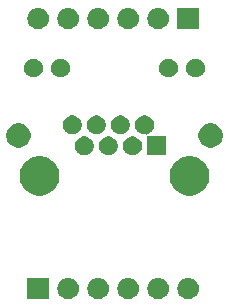
<source format=gbr>
G04 #@! TF.GenerationSoftware,KiCad,Pcbnew,(5.0.2)-1*
G04 #@! TF.CreationDate,2018-12-30T17:04:54-05:00*
G04 #@! TF.ProjectId,8P8C+LED_Horizontal,38503843-2b4c-4454-945f-486f72697a6f,rev?*
G04 #@! TF.SameCoordinates,Original*
G04 #@! TF.FileFunction,Soldermask,Top*
G04 #@! TF.FilePolarity,Negative*
%FSLAX46Y46*%
G04 Gerber Fmt 4.6, Leading zero omitted, Abs format (unit mm)*
G04 Created by KiCad (PCBNEW (5.0.2)-1) date 12/30/2018 5:04:54 PM*
%MOMM*%
%LPD*%
G01*
G04 APERTURE LIST*
%ADD10C,0.100000*%
G04 APERTURE END LIST*
D10*
G36*
X147430442Y-115945518D02*
X147496627Y-115952037D01*
X147609853Y-115986384D01*
X147666467Y-116003557D01*
X147805087Y-116077652D01*
X147822991Y-116087222D01*
X147858729Y-116116552D01*
X147960186Y-116199814D01*
X148043448Y-116301271D01*
X148072778Y-116337009D01*
X148072779Y-116337011D01*
X148156443Y-116493533D01*
X148156443Y-116493534D01*
X148207963Y-116663373D01*
X148225359Y-116840000D01*
X148207963Y-117016627D01*
X148173616Y-117129853D01*
X148156443Y-117186467D01*
X148082348Y-117325087D01*
X148072778Y-117342991D01*
X148043448Y-117378729D01*
X147960186Y-117480186D01*
X147858729Y-117563448D01*
X147822991Y-117592778D01*
X147822989Y-117592779D01*
X147666467Y-117676443D01*
X147609853Y-117693616D01*
X147496627Y-117727963D01*
X147430442Y-117734482D01*
X147364260Y-117741000D01*
X147275740Y-117741000D01*
X147209558Y-117734482D01*
X147143373Y-117727963D01*
X147030147Y-117693616D01*
X146973533Y-117676443D01*
X146817011Y-117592779D01*
X146817009Y-117592778D01*
X146781271Y-117563448D01*
X146679814Y-117480186D01*
X146596552Y-117378729D01*
X146567222Y-117342991D01*
X146557652Y-117325087D01*
X146483557Y-117186467D01*
X146466384Y-117129853D01*
X146432037Y-117016627D01*
X146414641Y-116840000D01*
X146432037Y-116663373D01*
X146483557Y-116493534D01*
X146483557Y-116493533D01*
X146567221Y-116337011D01*
X146567222Y-116337009D01*
X146596552Y-116301271D01*
X146679814Y-116199814D01*
X146781271Y-116116552D01*
X146817009Y-116087222D01*
X146834913Y-116077652D01*
X146973533Y-116003557D01*
X147030147Y-115986384D01*
X147143373Y-115952037D01*
X147209558Y-115945518D01*
X147275740Y-115939000D01*
X147364260Y-115939000D01*
X147430442Y-115945518D01*
X147430442Y-115945518D01*
G37*
G36*
X142350442Y-115945518D02*
X142416627Y-115952037D01*
X142529853Y-115986384D01*
X142586467Y-116003557D01*
X142725087Y-116077652D01*
X142742991Y-116087222D01*
X142778729Y-116116552D01*
X142880186Y-116199814D01*
X142963448Y-116301271D01*
X142992778Y-116337009D01*
X142992779Y-116337011D01*
X143076443Y-116493533D01*
X143076443Y-116493534D01*
X143127963Y-116663373D01*
X143145359Y-116840000D01*
X143127963Y-117016627D01*
X143093616Y-117129853D01*
X143076443Y-117186467D01*
X143002348Y-117325087D01*
X142992778Y-117342991D01*
X142963448Y-117378729D01*
X142880186Y-117480186D01*
X142778729Y-117563448D01*
X142742991Y-117592778D01*
X142742989Y-117592779D01*
X142586467Y-117676443D01*
X142529853Y-117693616D01*
X142416627Y-117727963D01*
X142350442Y-117734482D01*
X142284260Y-117741000D01*
X142195740Y-117741000D01*
X142129558Y-117734482D01*
X142063373Y-117727963D01*
X141950147Y-117693616D01*
X141893533Y-117676443D01*
X141737011Y-117592779D01*
X141737009Y-117592778D01*
X141701271Y-117563448D01*
X141599814Y-117480186D01*
X141516552Y-117378729D01*
X141487222Y-117342991D01*
X141477652Y-117325087D01*
X141403557Y-117186467D01*
X141386384Y-117129853D01*
X141352037Y-117016627D01*
X141334641Y-116840000D01*
X141352037Y-116663373D01*
X141403557Y-116493534D01*
X141403557Y-116493533D01*
X141487221Y-116337011D01*
X141487222Y-116337009D01*
X141516552Y-116301271D01*
X141599814Y-116199814D01*
X141701271Y-116116552D01*
X141737009Y-116087222D01*
X141754913Y-116077652D01*
X141893533Y-116003557D01*
X141950147Y-115986384D01*
X142063373Y-115952037D01*
X142129558Y-115945518D01*
X142195740Y-115939000D01*
X142284260Y-115939000D01*
X142350442Y-115945518D01*
X142350442Y-115945518D01*
G37*
G36*
X139810442Y-115945518D02*
X139876627Y-115952037D01*
X139989853Y-115986384D01*
X140046467Y-116003557D01*
X140185087Y-116077652D01*
X140202991Y-116087222D01*
X140238729Y-116116552D01*
X140340186Y-116199814D01*
X140423448Y-116301271D01*
X140452778Y-116337009D01*
X140452779Y-116337011D01*
X140536443Y-116493533D01*
X140536443Y-116493534D01*
X140587963Y-116663373D01*
X140605359Y-116840000D01*
X140587963Y-117016627D01*
X140553616Y-117129853D01*
X140536443Y-117186467D01*
X140462348Y-117325087D01*
X140452778Y-117342991D01*
X140423448Y-117378729D01*
X140340186Y-117480186D01*
X140238729Y-117563448D01*
X140202991Y-117592778D01*
X140202989Y-117592779D01*
X140046467Y-117676443D01*
X139989853Y-117693616D01*
X139876627Y-117727963D01*
X139810442Y-117734482D01*
X139744260Y-117741000D01*
X139655740Y-117741000D01*
X139589558Y-117734482D01*
X139523373Y-117727963D01*
X139410147Y-117693616D01*
X139353533Y-117676443D01*
X139197011Y-117592779D01*
X139197009Y-117592778D01*
X139161271Y-117563448D01*
X139059814Y-117480186D01*
X138976552Y-117378729D01*
X138947222Y-117342991D01*
X138937652Y-117325087D01*
X138863557Y-117186467D01*
X138846384Y-117129853D01*
X138812037Y-117016627D01*
X138794641Y-116840000D01*
X138812037Y-116663373D01*
X138863557Y-116493534D01*
X138863557Y-116493533D01*
X138947221Y-116337011D01*
X138947222Y-116337009D01*
X138976552Y-116301271D01*
X139059814Y-116199814D01*
X139161271Y-116116552D01*
X139197009Y-116087222D01*
X139214913Y-116077652D01*
X139353533Y-116003557D01*
X139410147Y-115986384D01*
X139523373Y-115952037D01*
X139589558Y-115945518D01*
X139655740Y-115939000D01*
X139744260Y-115939000D01*
X139810442Y-115945518D01*
X139810442Y-115945518D01*
G37*
G36*
X137270442Y-115945518D02*
X137336627Y-115952037D01*
X137449853Y-115986384D01*
X137506467Y-116003557D01*
X137645087Y-116077652D01*
X137662991Y-116087222D01*
X137698729Y-116116552D01*
X137800186Y-116199814D01*
X137883448Y-116301271D01*
X137912778Y-116337009D01*
X137912779Y-116337011D01*
X137996443Y-116493533D01*
X137996443Y-116493534D01*
X138047963Y-116663373D01*
X138065359Y-116840000D01*
X138047963Y-117016627D01*
X138013616Y-117129853D01*
X137996443Y-117186467D01*
X137922348Y-117325087D01*
X137912778Y-117342991D01*
X137883448Y-117378729D01*
X137800186Y-117480186D01*
X137698729Y-117563448D01*
X137662991Y-117592778D01*
X137662989Y-117592779D01*
X137506467Y-117676443D01*
X137449853Y-117693616D01*
X137336627Y-117727963D01*
X137270442Y-117734482D01*
X137204260Y-117741000D01*
X137115740Y-117741000D01*
X137049558Y-117734482D01*
X136983373Y-117727963D01*
X136870147Y-117693616D01*
X136813533Y-117676443D01*
X136657011Y-117592779D01*
X136657009Y-117592778D01*
X136621271Y-117563448D01*
X136519814Y-117480186D01*
X136436552Y-117378729D01*
X136407222Y-117342991D01*
X136397652Y-117325087D01*
X136323557Y-117186467D01*
X136306384Y-117129853D01*
X136272037Y-117016627D01*
X136254641Y-116840000D01*
X136272037Y-116663373D01*
X136323557Y-116493534D01*
X136323557Y-116493533D01*
X136407221Y-116337011D01*
X136407222Y-116337009D01*
X136436552Y-116301271D01*
X136519814Y-116199814D01*
X136621271Y-116116552D01*
X136657009Y-116087222D01*
X136674913Y-116077652D01*
X136813533Y-116003557D01*
X136870147Y-115986384D01*
X136983373Y-115952037D01*
X137049558Y-115945518D01*
X137115740Y-115939000D01*
X137204260Y-115939000D01*
X137270442Y-115945518D01*
X137270442Y-115945518D01*
G37*
G36*
X135521000Y-117741000D02*
X133719000Y-117741000D01*
X133719000Y-115939000D01*
X135521000Y-115939000D01*
X135521000Y-117741000D01*
X135521000Y-117741000D01*
G37*
G36*
X144890442Y-115945518D02*
X144956627Y-115952037D01*
X145069853Y-115986384D01*
X145126467Y-116003557D01*
X145265087Y-116077652D01*
X145282991Y-116087222D01*
X145318729Y-116116552D01*
X145420186Y-116199814D01*
X145503448Y-116301271D01*
X145532778Y-116337009D01*
X145532779Y-116337011D01*
X145616443Y-116493533D01*
X145616443Y-116493534D01*
X145667963Y-116663373D01*
X145685359Y-116840000D01*
X145667963Y-117016627D01*
X145633616Y-117129853D01*
X145616443Y-117186467D01*
X145542348Y-117325087D01*
X145532778Y-117342991D01*
X145503448Y-117378729D01*
X145420186Y-117480186D01*
X145318729Y-117563448D01*
X145282991Y-117592778D01*
X145282989Y-117592779D01*
X145126467Y-117676443D01*
X145069853Y-117693616D01*
X144956627Y-117727963D01*
X144890442Y-117734482D01*
X144824260Y-117741000D01*
X144735740Y-117741000D01*
X144669558Y-117734482D01*
X144603373Y-117727963D01*
X144490147Y-117693616D01*
X144433533Y-117676443D01*
X144277011Y-117592779D01*
X144277009Y-117592778D01*
X144241271Y-117563448D01*
X144139814Y-117480186D01*
X144056552Y-117378729D01*
X144027222Y-117342991D01*
X144017652Y-117325087D01*
X143943557Y-117186467D01*
X143926384Y-117129853D01*
X143892037Y-117016627D01*
X143874641Y-116840000D01*
X143892037Y-116663373D01*
X143943557Y-116493534D01*
X143943557Y-116493533D01*
X144027221Y-116337011D01*
X144027222Y-116337009D01*
X144056552Y-116301271D01*
X144139814Y-116199814D01*
X144241271Y-116116552D01*
X144277009Y-116087222D01*
X144294913Y-116077652D01*
X144433533Y-116003557D01*
X144490147Y-115986384D01*
X144603373Y-115952037D01*
X144669558Y-115945518D01*
X144735740Y-115939000D01*
X144824260Y-115939000D01*
X144890442Y-115945518D01*
X144890442Y-115945518D01*
G37*
G36*
X135231871Y-105703408D02*
X135536883Y-105829748D01*
X135809538Y-106011930D01*
X135811390Y-106013168D01*
X136044832Y-106246610D01*
X136044834Y-106246613D01*
X136228252Y-106521117D01*
X136354592Y-106826129D01*
X136419000Y-107149928D01*
X136419000Y-107480072D01*
X136354592Y-107803871D01*
X136228252Y-108108883D01*
X136046070Y-108381538D01*
X136044832Y-108383390D01*
X135811390Y-108616832D01*
X135811387Y-108616834D01*
X135536883Y-108800252D01*
X135231871Y-108926592D01*
X134908072Y-108991000D01*
X134577928Y-108991000D01*
X134254129Y-108926592D01*
X133949117Y-108800252D01*
X133674613Y-108616834D01*
X133674610Y-108616832D01*
X133441168Y-108383390D01*
X133439930Y-108381538D01*
X133257748Y-108108883D01*
X133131408Y-107803871D01*
X133067000Y-107480072D01*
X133067000Y-107149928D01*
X133131408Y-106826129D01*
X133257748Y-106521117D01*
X133441166Y-106246613D01*
X133441168Y-106246610D01*
X133674610Y-106013168D01*
X133676462Y-106011930D01*
X133949117Y-105829748D01*
X134254129Y-105703408D01*
X134577928Y-105639000D01*
X134908072Y-105639000D01*
X135231871Y-105703408D01*
X135231871Y-105703408D01*
G37*
G36*
X147931871Y-105703408D02*
X148236883Y-105829748D01*
X148509538Y-106011930D01*
X148511390Y-106013168D01*
X148744832Y-106246610D01*
X148744834Y-106246613D01*
X148928252Y-106521117D01*
X149054592Y-106826129D01*
X149119000Y-107149928D01*
X149119000Y-107480072D01*
X149054592Y-107803871D01*
X148928252Y-108108883D01*
X148746070Y-108381538D01*
X148744832Y-108383390D01*
X148511390Y-108616832D01*
X148511387Y-108616834D01*
X148236883Y-108800252D01*
X147931871Y-108926592D01*
X147608072Y-108991000D01*
X147277928Y-108991000D01*
X146954129Y-108926592D01*
X146649117Y-108800252D01*
X146374613Y-108616834D01*
X146374610Y-108616832D01*
X146141168Y-108383390D01*
X146139930Y-108381538D01*
X145957748Y-108108883D01*
X145831408Y-107803871D01*
X145767000Y-107480072D01*
X145767000Y-107149928D01*
X145831408Y-106826129D01*
X145957748Y-106521117D01*
X146141166Y-106246613D01*
X146141168Y-106246610D01*
X146374610Y-106013168D01*
X146376462Y-106011930D01*
X146649117Y-105829748D01*
X146954129Y-105703408D01*
X147277928Y-105639000D01*
X147608072Y-105639000D01*
X147931871Y-105703408D01*
X147931871Y-105703408D01*
G37*
G36*
X142846643Y-104004781D02*
X142992415Y-104065162D01*
X143123611Y-104152824D01*
X143235176Y-104264389D01*
X143322838Y-104395585D01*
X143383219Y-104541357D01*
X143414000Y-104696107D01*
X143414000Y-104853893D01*
X143383219Y-105008643D01*
X143322838Y-105154415D01*
X143235176Y-105285611D01*
X143123611Y-105397176D01*
X142992415Y-105484838D01*
X142846643Y-105545219D01*
X142691893Y-105576000D01*
X142534107Y-105576000D01*
X142379357Y-105545219D01*
X142233585Y-105484838D01*
X142102389Y-105397176D01*
X141990824Y-105285611D01*
X141903162Y-105154415D01*
X141842781Y-105008643D01*
X141812000Y-104853893D01*
X141812000Y-104696107D01*
X141842781Y-104541357D01*
X141903162Y-104395585D01*
X141990824Y-104264389D01*
X142102389Y-104152824D01*
X142233585Y-104065162D01*
X142379357Y-104004781D01*
X142534107Y-103974000D01*
X142691893Y-103974000D01*
X142846643Y-104004781D01*
X142846643Y-104004781D01*
G37*
G36*
X140806643Y-104004781D02*
X140952415Y-104065162D01*
X141083611Y-104152824D01*
X141195176Y-104264389D01*
X141282838Y-104395585D01*
X141343219Y-104541357D01*
X141374000Y-104696107D01*
X141374000Y-104853893D01*
X141343219Y-105008643D01*
X141282838Y-105154415D01*
X141195176Y-105285611D01*
X141083611Y-105397176D01*
X140952415Y-105484838D01*
X140806643Y-105545219D01*
X140651893Y-105576000D01*
X140494107Y-105576000D01*
X140339357Y-105545219D01*
X140193585Y-105484838D01*
X140062389Y-105397176D01*
X139950824Y-105285611D01*
X139863162Y-105154415D01*
X139802781Y-105008643D01*
X139772000Y-104853893D01*
X139772000Y-104696107D01*
X139802781Y-104541357D01*
X139863162Y-104395585D01*
X139950824Y-104264389D01*
X140062389Y-104152824D01*
X140193585Y-104065162D01*
X140339357Y-104004781D01*
X140494107Y-103974000D01*
X140651893Y-103974000D01*
X140806643Y-104004781D01*
X140806643Y-104004781D01*
G37*
G36*
X138766643Y-104004781D02*
X138912415Y-104065162D01*
X139043611Y-104152824D01*
X139155176Y-104264389D01*
X139242838Y-104395585D01*
X139303219Y-104541357D01*
X139334000Y-104696107D01*
X139334000Y-104853893D01*
X139303219Y-105008643D01*
X139242838Y-105154415D01*
X139155176Y-105285611D01*
X139043611Y-105397176D01*
X138912415Y-105484838D01*
X138766643Y-105545219D01*
X138611893Y-105576000D01*
X138454107Y-105576000D01*
X138299357Y-105545219D01*
X138153585Y-105484838D01*
X138022389Y-105397176D01*
X137910824Y-105285611D01*
X137823162Y-105154415D01*
X137762781Y-105008643D01*
X137732000Y-104853893D01*
X137732000Y-104696107D01*
X137762781Y-104541357D01*
X137823162Y-104395585D01*
X137910824Y-104264389D01*
X138022389Y-104152824D01*
X138153585Y-104065162D01*
X138299357Y-104004781D01*
X138454107Y-103974000D01*
X138611893Y-103974000D01*
X138766643Y-104004781D01*
X138766643Y-104004781D01*
G37*
G36*
X143866643Y-102224781D02*
X144012415Y-102285162D01*
X144143611Y-102372824D01*
X144255176Y-102484389D01*
X144342838Y-102615585D01*
X144403219Y-102761357D01*
X144434000Y-102916107D01*
X144434000Y-103073893D01*
X144403219Y-103228643D01*
X144342838Y-103374415D01*
X144255176Y-103505611D01*
X144143611Y-103617176D01*
X144012417Y-103704837D01*
X143943182Y-103733515D01*
X143921572Y-103745066D01*
X143902630Y-103760612D01*
X143887084Y-103779554D01*
X143875533Y-103801165D01*
X143868420Y-103824614D01*
X143866018Y-103849000D01*
X143868420Y-103873386D01*
X143875533Y-103896836D01*
X143887084Y-103918446D01*
X143902630Y-103937388D01*
X143921572Y-103952934D01*
X143943183Y-103964485D01*
X143966632Y-103971598D01*
X143991018Y-103974000D01*
X145454000Y-103974000D01*
X145454000Y-105576000D01*
X143852000Y-105576000D01*
X143852000Y-103920444D01*
X143849598Y-103896058D01*
X143842485Y-103872609D01*
X143830934Y-103850998D01*
X143815388Y-103832056D01*
X143796446Y-103816510D01*
X143774835Y-103804959D01*
X143751386Y-103797846D01*
X143727000Y-103795444D01*
X143721352Y-103796000D01*
X143554107Y-103796000D01*
X143399357Y-103765219D01*
X143253585Y-103704838D01*
X143122389Y-103617176D01*
X143010824Y-103505611D01*
X142923162Y-103374415D01*
X142862781Y-103228643D01*
X142832000Y-103073893D01*
X142832000Y-102916107D01*
X142862781Y-102761357D01*
X142923162Y-102615585D01*
X143010824Y-102484389D01*
X143122389Y-102372824D01*
X143253585Y-102285162D01*
X143399357Y-102224781D01*
X143554107Y-102194000D01*
X143711893Y-102194000D01*
X143866643Y-102224781D01*
X143866643Y-102224781D01*
G37*
G36*
X133269565Y-102874389D02*
X133460834Y-102953615D01*
X133632976Y-103068637D01*
X133779363Y-103215024D01*
X133894385Y-103387166D01*
X133973611Y-103578435D01*
X134014000Y-103781484D01*
X134014000Y-103988516D01*
X133973611Y-104191565D01*
X133894385Y-104382834D01*
X133779363Y-104554976D01*
X133632976Y-104701363D01*
X133460834Y-104816385D01*
X133269565Y-104895611D01*
X133066516Y-104936000D01*
X132859484Y-104936000D01*
X132656435Y-104895611D01*
X132465166Y-104816385D01*
X132293024Y-104701363D01*
X132146637Y-104554976D01*
X132031615Y-104382834D01*
X131952389Y-104191565D01*
X131912000Y-103988516D01*
X131912000Y-103781484D01*
X131952389Y-103578435D01*
X132031615Y-103387166D01*
X132146637Y-103215024D01*
X132293024Y-103068637D01*
X132465166Y-102953615D01*
X132656435Y-102874389D01*
X132859484Y-102834000D01*
X133066516Y-102834000D01*
X133269565Y-102874389D01*
X133269565Y-102874389D01*
G37*
G36*
X149529565Y-102874389D02*
X149720834Y-102953615D01*
X149892976Y-103068637D01*
X150039363Y-103215024D01*
X150154385Y-103387166D01*
X150233611Y-103578435D01*
X150274000Y-103781484D01*
X150274000Y-103988516D01*
X150233611Y-104191565D01*
X150154385Y-104382834D01*
X150039363Y-104554976D01*
X149892976Y-104701363D01*
X149720834Y-104816385D01*
X149529565Y-104895611D01*
X149326516Y-104936000D01*
X149119484Y-104936000D01*
X148916435Y-104895611D01*
X148725166Y-104816385D01*
X148553024Y-104701363D01*
X148406637Y-104554976D01*
X148291615Y-104382834D01*
X148212389Y-104191565D01*
X148172000Y-103988516D01*
X148172000Y-103781484D01*
X148212389Y-103578435D01*
X148291615Y-103387166D01*
X148406637Y-103215024D01*
X148553024Y-103068637D01*
X148725166Y-102953615D01*
X148916435Y-102874389D01*
X149119484Y-102834000D01*
X149326516Y-102834000D01*
X149529565Y-102874389D01*
X149529565Y-102874389D01*
G37*
G36*
X141826643Y-102224781D02*
X141972415Y-102285162D01*
X142103611Y-102372824D01*
X142215176Y-102484389D01*
X142302838Y-102615585D01*
X142363219Y-102761357D01*
X142394000Y-102916107D01*
X142394000Y-103073893D01*
X142363219Y-103228643D01*
X142302838Y-103374415D01*
X142215176Y-103505611D01*
X142103611Y-103617176D01*
X141972415Y-103704838D01*
X141826643Y-103765219D01*
X141671893Y-103796000D01*
X141514107Y-103796000D01*
X141359357Y-103765219D01*
X141213585Y-103704838D01*
X141082389Y-103617176D01*
X140970824Y-103505611D01*
X140883162Y-103374415D01*
X140822781Y-103228643D01*
X140792000Y-103073893D01*
X140792000Y-102916107D01*
X140822781Y-102761357D01*
X140883162Y-102615585D01*
X140970824Y-102484389D01*
X141082389Y-102372824D01*
X141213585Y-102285162D01*
X141359357Y-102224781D01*
X141514107Y-102194000D01*
X141671893Y-102194000D01*
X141826643Y-102224781D01*
X141826643Y-102224781D01*
G37*
G36*
X139786643Y-102224781D02*
X139932415Y-102285162D01*
X140063611Y-102372824D01*
X140175176Y-102484389D01*
X140262838Y-102615585D01*
X140323219Y-102761357D01*
X140354000Y-102916107D01*
X140354000Y-103073893D01*
X140323219Y-103228643D01*
X140262838Y-103374415D01*
X140175176Y-103505611D01*
X140063611Y-103617176D01*
X139932415Y-103704838D01*
X139786643Y-103765219D01*
X139631893Y-103796000D01*
X139474107Y-103796000D01*
X139319357Y-103765219D01*
X139173585Y-103704838D01*
X139042389Y-103617176D01*
X138930824Y-103505611D01*
X138843162Y-103374415D01*
X138782781Y-103228643D01*
X138752000Y-103073893D01*
X138752000Y-102916107D01*
X138782781Y-102761357D01*
X138843162Y-102615585D01*
X138930824Y-102484389D01*
X139042389Y-102372824D01*
X139173585Y-102285162D01*
X139319357Y-102224781D01*
X139474107Y-102194000D01*
X139631893Y-102194000D01*
X139786643Y-102224781D01*
X139786643Y-102224781D01*
G37*
G36*
X137746643Y-102224781D02*
X137892415Y-102285162D01*
X138023611Y-102372824D01*
X138135176Y-102484389D01*
X138222838Y-102615585D01*
X138283219Y-102761357D01*
X138314000Y-102916107D01*
X138314000Y-103073893D01*
X138283219Y-103228643D01*
X138222838Y-103374415D01*
X138135176Y-103505611D01*
X138023611Y-103617176D01*
X137892415Y-103704838D01*
X137746643Y-103765219D01*
X137591893Y-103796000D01*
X137434107Y-103796000D01*
X137279357Y-103765219D01*
X137133585Y-103704838D01*
X137002389Y-103617176D01*
X136890824Y-103505611D01*
X136803162Y-103374415D01*
X136742781Y-103228643D01*
X136712000Y-103073893D01*
X136712000Y-102916107D01*
X136742781Y-102761357D01*
X136803162Y-102615585D01*
X136890824Y-102484389D01*
X137002389Y-102372824D01*
X137133585Y-102285162D01*
X137279357Y-102224781D01*
X137434107Y-102194000D01*
X137591893Y-102194000D01*
X137746643Y-102224781D01*
X137746643Y-102224781D01*
G37*
G36*
X145896643Y-97404781D02*
X146042415Y-97465162D01*
X146173611Y-97552824D01*
X146285176Y-97664389D01*
X146372838Y-97795585D01*
X146433219Y-97941357D01*
X146464000Y-98096107D01*
X146464000Y-98253893D01*
X146433219Y-98408643D01*
X146372838Y-98554415D01*
X146285176Y-98685611D01*
X146173611Y-98797176D01*
X146042415Y-98884838D01*
X145896643Y-98945219D01*
X145741893Y-98976000D01*
X145584107Y-98976000D01*
X145429357Y-98945219D01*
X145283585Y-98884838D01*
X145152389Y-98797176D01*
X145040824Y-98685611D01*
X144953162Y-98554415D01*
X144892781Y-98408643D01*
X144862000Y-98253893D01*
X144862000Y-98096107D01*
X144892781Y-97941357D01*
X144953162Y-97795585D01*
X145040824Y-97664389D01*
X145152389Y-97552824D01*
X145283585Y-97465162D01*
X145429357Y-97404781D01*
X145584107Y-97374000D01*
X145741893Y-97374000D01*
X145896643Y-97404781D01*
X145896643Y-97404781D01*
G37*
G36*
X134466643Y-97404781D02*
X134612415Y-97465162D01*
X134743611Y-97552824D01*
X134855176Y-97664389D01*
X134942838Y-97795585D01*
X135003219Y-97941357D01*
X135034000Y-98096107D01*
X135034000Y-98253893D01*
X135003219Y-98408643D01*
X134942838Y-98554415D01*
X134855176Y-98685611D01*
X134743611Y-98797176D01*
X134612415Y-98884838D01*
X134466643Y-98945219D01*
X134311893Y-98976000D01*
X134154107Y-98976000D01*
X133999357Y-98945219D01*
X133853585Y-98884838D01*
X133722389Y-98797176D01*
X133610824Y-98685611D01*
X133523162Y-98554415D01*
X133462781Y-98408643D01*
X133432000Y-98253893D01*
X133432000Y-98096107D01*
X133462781Y-97941357D01*
X133523162Y-97795585D01*
X133610824Y-97664389D01*
X133722389Y-97552824D01*
X133853585Y-97465162D01*
X133999357Y-97404781D01*
X134154107Y-97374000D01*
X134311893Y-97374000D01*
X134466643Y-97404781D01*
X134466643Y-97404781D01*
G37*
G36*
X148186643Y-97404781D02*
X148332415Y-97465162D01*
X148463611Y-97552824D01*
X148575176Y-97664389D01*
X148662838Y-97795585D01*
X148723219Y-97941357D01*
X148754000Y-98096107D01*
X148754000Y-98253893D01*
X148723219Y-98408643D01*
X148662838Y-98554415D01*
X148575176Y-98685611D01*
X148463611Y-98797176D01*
X148332415Y-98884838D01*
X148186643Y-98945219D01*
X148031893Y-98976000D01*
X147874107Y-98976000D01*
X147719357Y-98945219D01*
X147573585Y-98884838D01*
X147442389Y-98797176D01*
X147330824Y-98685611D01*
X147243162Y-98554415D01*
X147182781Y-98408643D01*
X147152000Y-98253893D01*
X147152000Y-98096107D01*
X147182781Y-97941357D01*
X147243162Y-97795585D01*
X147330824Y-97664389D01*
X147442389Y-97552824D01*
X147573585Y-97465162D01*
X147719357Y-97404781D01*
X147874107Y-97374000D01*
X148031893Y-97374000D01*
X148186643Y-97404781D01*
X148186643Y-97404781D01*
G37*
G36*
X136756643Y-97404781D02*
X136902415Y-97465162D01*
X137033611Y-97552824D01*
X137145176Y-97664389D01*
X137232838Y-97795585D01*
X137293219Y-97941357D01*
X137324000Y-98096107D01*
X137324000Y-98253893D01*
X137293219Y-98408643D01*
X137232838Y-98554415D01*
X137145176Y-98685611D01*
X137033611Y-98797176D01*
X136902415Y-98884838D01*
X136756643Y-98945219D01*
X136601893Y-98976000D01*
X136444107Y-98976000D01*
X136289357Y-98945219D01*
X136143585Y-98884838D01*
X136012389Y-98797176D01*
X135900824Y-98685611D01*
X135813162Y-98554415D01*
X135752781Y-98408643D01*
X135722000Y-98253893D01*
X135722000Y-98096107D01*
X135752781Y-97941357D01*
X135813162Y-97795585D01*
X135900824Y-97664389D01*
X136012389Y-97552824D01*
X136143585Y-97465162D01*
X136289357Y-97404781D01*
X136444107Y-97374000D01*
X136601893Y-97374000D01*
X136756643Y-97404781D01*
X136756643Y-97404781D01*
G37*
G36*
X148221000Y-94881000D02*
X146419000Y-94881000D01*
X146419000Y-93079000D01*
X148221000Y-93079000D01*
X148221000Y-94881000D01*
X148221000Y-94881000D01*
G37*
G36*
X144890443Y-93085519D02*
X144956627Y-93092037D01*
X145069853Y-93126384D01*
X145126467Y-93143557D01*
X145265087Y-93217652D01*
X145282991Y-93227222D01*
X145318729Y-93256552D01*
X145420186Y-93339814D01*
X145503448Y-93441271D01*
X145532778Y-93477009D01*
X145532779Y-93477011D01*
X145616443Y-93633533D01*
X145616443Y-93633534D01*
X145667963Y-93803373D01*
X145685359Y-93980000D01*
X145667963Y-94156627D01*
X145633616Y-94269853D01*
X145616443Y-94326467D01*
X145542348Y-94465087D01*
X145532778Y-94482991D01*
X145503448Y-94518729D01*
X145420186Y-94620186D01*
X145318729Y-94703448D01*
X145282991Y-94732778D01*
X145282989Y-94732779D01*
X145126467Y-94816443D01*
X145069853Y-94833616D01*
X144956627Y-94867963D01*
X144890443Y-94874481D01*
X144824260Y-94881000D01*
X144735740Y-94881000D01*
X144669557Y-94874481D01*
X144603373Y-94867963D01*
X144490147Y-94833616D01*
X144433533Y-94816443D01*
X144277011Y-94732779D01*
X144277009Y-94732778D01*
X144241271Y-94703448D01*
X144139814Y-94620186D01*
X144056552Y-94518729D01*
X144027222Y-94482991D01*
X144017652Y-94465087D01*
X143943557Y-94326467D01*
X143926384Y-94269853D01*
X143892037Y-94156627D01*
X143874641Y-93980000D01*
X143892037Y-93803373D01*
X143943557Y-93633534D01*
X143943557Y-93633533D01*
X144027221Y-93477011D01*
X144027222Y-93477009D01*
X144056552Y-93441271D01*
X144139814Y-93339814D01*
X144241271Y-93256552D01*
X144277009Y-93227222D01*
X144294913Y-93217652D01*
X144433533Y-93143557D01*
X144490147Y-93126384D01*
X144603373Y-93092037D01*
X144669557Y-93085519D01*
X144735740Y-93079000D01*
X144824260Y-93079000D01*
X144890443Y-93085519D01*
X144890443Y-93085519D01*
G37*
G36*
X142350443Y-93085519D02*
X142416627Y-93092037D01*
X142529853Y-93126384D01*
X142586467Y-93143557D01*
X142725087Y-93217652D01*
X142742991Y-93227222D01*
X142778729Y-93256552D01*
X142880186Y-93339814D01*
X142963448Y-93441271D01*
X142992778Y-93477009D01*
X142992779Y-93477011D01*
X143076443Y-93633533D01*
X143076443Y-93633534D01*
X143127963Y-93803373D01*
X143145359Y-93980000D01*
X143127963Y-94156627D01*
X143093616Y-94269853D01*
X143076443Y-94326467D01*
X143002348Y-94465087D01*
X142992778Y-94482991D01*
X142963448Y-94518729D01*
X142880186Y-94620186D01*
X142778729Y-94703448D01*
X142742991Y-94732778D01*
X142742989Y-94732779D01*
X142586467Y-94816443D01*
X142529853Y-94833616D01*
X142416627Y-94867963D01*
X142350443Y-94874481D01*
X142284260Y-94881000D01*
X142195740Y-94881000D01*
X142129557Y-94874481D01*
X142063373Y-94867963D01*
X141950147Y-94833616D01*
X141893533Y-94816443D01*
X141737011Y-94732779D01*
X141737009Y-94732778D01*
X141701271Y-94703448D01*
X141599814Y-94620186D01*
X141516552Y-94518729D01*
X141487222Y-94482991D01*
X141477652Y-94465087D01*
X141403557Y-94326467D01*
X141386384Y-94269853D01*
X141352037Y-94156627D01*
X141334641Y-93980000D01*
X141352037Y-93803373D01*
X141403557Y-93633534D01*
X141403557Y-93633533D01*
X141487221Y-93477011D01*
X141487222Y-93477009D01*
X141516552Y-93441271D01*
X141599814Y-93339814D01*
X141701271Y-93256552D01*
X141737009Y-93227222D01*
X141754913Y-93217652D01*
X141893533Y-93143557D01*
X141950147Y-93126384D01*
X142063373Y-93092037D01*
X142129557Y-93085519D01*
X142195740Y-93079000D01*
X142284260Y-93079000D01*
X142350443Y-93085519D01*
X142350443Y-93085519D01*
G37*
G36*
X139810443Y-93085519D02*
X139876627Y-93092037D01*
X139989853Y-93126384D01*
X140046467Y-93143557D01*
X140185087Y-93217652D01*
X140202991Y-93227222D01*
X140238729Y-93256552D01*
X140340186Y-93339814D01*
X140423448Y-93441271D01*
X140452778Y-93477009D01*
X140452779Y-93477011D01*
X140536443Y-93633533D01*
X140536443Y-93633534D01*
X140587963Y-93803373D01*
X140605359Y-93980000D01*
X140587963Y-94156627D01*
X140553616Y-94269853D01*
X140536443Y-94326467D01*
X140462348Y-94465087D01*
X140452778Y-94482991D01*
X140423448Y-94518729D01*
X140340186Y-94620186D01*
X140238729Y-94703448D01*
X140202991Y-94732778D01*
X140202989Y-94732779D01*
X140046467Y-94816443D01*
X139989853Y-94833616D01*
X139876627Y-94867963D01*
X139810443Y-94874481D01*
X139744260Y-94881000D01*
X139655740Y-94881000D01*
X139589557Y-94874481D01*
X139523373Y-94867963D01*
X139410147Y-94833616D01*
X139353533Y-94816443D01*
X139197011Y-94732779D01*
X139197009Y-94732778D01*
X139161271Y-94703448D01*
X139059814Y-94620186D01*
X138976552Y-94518729D01*
X138947222Y-94482991D01*
X138937652Y-94465087D01*
X138863557Y-94326467D01*
X138846384Y-94269853D01*
X138812037Y-94156627D01*
X138794641Y-93980000D01*
X138812037Y-93803373D01*
X138863557Y-93633534D01*
X138863557Y-93633533D01*
X138947221Y-93477011D01*
X138947222Y-93477009D01*
X138976552Y-93441271D01*
X139059814Y-93339814D01*
X139161271Y-93256552D01*
X139197009Y-93227222D01*
X139214913Y-93217652D01*
X139353533Y-93143557D01*
X139410147Y-93126384D01*
X139523373Y-93092037D01*
X139589557Y-93085519D01*
X139655740Y-93079000D01*
X139744260Y-93079000D01*
X139810443Y-93085519D01*
X139810443Y-93085519D01*
G37*
G36*
X137270443Y-93085519D02*
X137336627Y-93092037D01*
X137449853Y-93126384D01*
X137506467Y-93143557D01*
X137645087Y-93217652D01*
X137662991Y-93227222D01*
X137698729Y-93256552D01*
X137800186Y-93339814D01*
X137883448Y-93441271D01*
X137912778Y-93477009D01*
X137912779Y-93477011D01*
X137996443Y-93633533D01*
X137996443Y-93633534D01*
X138047963Y-93803373D01*
X138065359Y-93980000D01*
X138047963Y-94156627D01*
X138013616Y-94269853D01*
X137996443Y-94326467D01*
X137922348Y-94465087D01*
X137912778Y-94482991D01*
X137883448Y-94518729D01*
X137800186Y-94620186D01*
X137698729Y-94703448D01*
X137662991Y-94732778D01*
X137662989Y-94732779D01*
X137506467Y-94816443D01*
X137449853Y-94833616D01*
X137336627Y-94867963D01*
X137270443Y-94874481D01*
X137204260Y-94881000D01*
X137115740Y-94881000D01*
X137049557Y-94874481D01*
X136983373Y-94867963D01*
X136870147Y-94833616D01*
X136813533Y-94816443D01*
X136657011Y-94732779D01*
X136657009Y-94732778D01*
X136621271Y-94703448D01*
X136519814Y-94620186D01*
X136436552Y-94518729D01*
X136407222Y-94482991D01*
X136397652Y-94465087D01*
X136323557Y-94326467D01*
X136306384Y-94269853D01*
X136272037Y-94156627D01*
X136254641Y-93980000D01*
X136272037Y-93803373D01*
X136323557Y-93633534D01*
X136323557Y-93633533D01*
X136407221Y-93477011D01*
X136407222Y-93477009D01*
X136436552Y-93441271D01*
X136519814Y-93339814D01*
X136621271Y-93256552D01*
X136657009Y-93227222D01*
X136674913Y-93217652D01*
X136813533Y-93143557D01*
X136870147Y-93126384D01*
X136983373Y-93092037D01*
X137049557Y-93085519D01*
X137115740Y-93079000D01*
X137204260Y-93079000D01*
X137270443Y-93085519D01*
X137270443Y-93085519D01*
G37*
G36*
X134730443Y-93085519D02*
X134796627Y-93092037D01*
X134909853Y-93126384D01*
X134966467Y-93143557D01*
X135105087Y-93217652D01*
X135122991Y-93227222D01*
X135158729Y-93256552D01*
X135260186Y-93339814D01*
X135343448Y-93441271D01*
X135372778Y-93477009D01*
X135372779Y-93477011D01*
X135456443Y-93633533D01*
X135456443Y-93633534D01*
X135507963Y-93803373D01*
X135525359Y-93980000D01*
X135507963Y-94156627D01*
X135473616Y-94269853D01*
X135456443Y-94326467D01*
X135382348Y-94465087D01*
X135372778Y-94482991D01*
X135343448Y-94518729D01*
X135260186Y-94620186D01*
X135158729Y-94703448D01*
X135122991Y-94732778D01*
X135122989Y-94732779D01*
X134966467Y-94816443D01*
X134909853Y-94833616D01*
X134796627Y-94867963D01*
X134730443Y-94874481D01*
X134664260Y-94881000D01*
X134575740Y-94881000D01*
X134509557Y-94874481D01*
X134443373Y-94867963D01*
X134330147Y-94833616D01*
X134273533Y-94816443D01*
X134117011Y-94732779D01*
X134117009Y-94732778D01*
X134081271Y-94703448D01*
X133979814Y-94620186D01*
X133896552Y-94518729D01*
X133867222Y-94482991D01*
X133857652Y-94465087D01*
X133783557Y-94326467D01*
X133766384Y-94269853D01*
X133732037Y-94156627D01*
X133714641Y-93980000D01*
X133732037Y-93803373D01*
X133783557Y-93633534D01*
X133783557Y-93633533D01*
X133867221Y-93477011D01*
X133867222Y-93477009D01*
X133896552Y-93441271D01*
X133979814Y-93339814D01*
X134081271Y-93256552D01*
X134117009Y-93227222D01*
X134134913Y-93217652D01*
X134273533Y-93143557D01*
X134330147Y-93126384D01*
X134443373Y-93092037D01*
X134509557Y-93085519D01*
X134575740Y-93079000D01*
X134664260Y-93079000D01*
X134730443Y-93085519D01*
X134730443Y-93085519D01*
G37*
M02*

</source>
